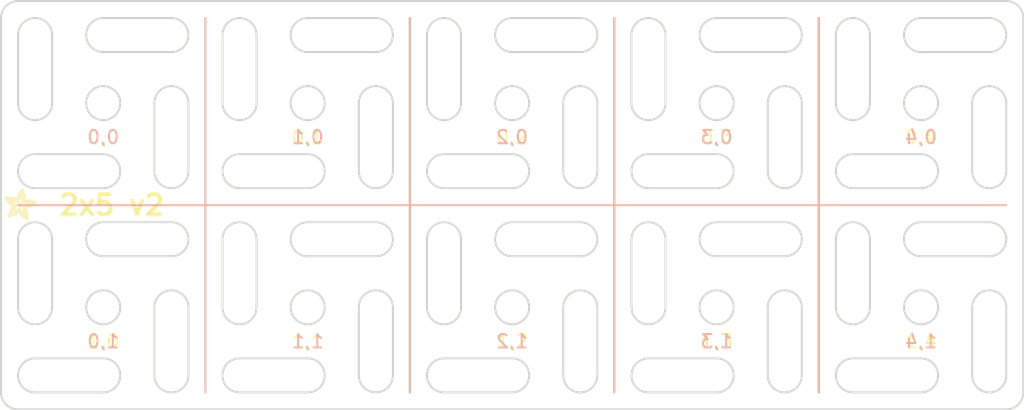
<source format=kicad_pcb>
(kicad_pcb (version 20221018) (generator pcbnew)
  (layers (0 "F.Cu" signal) (31 "B.Cu" signal) (34 "B.Paste" user) (35 "F.Paste" user) (36 "B.SilkS" user "B.Silkscreen") (37 "F.SilkS" user "F.Silkscreen") (38 "B.Mask" user) (39 "F.Mask" user) (44 "Edge.Cuts" user))
  (net 0 "")
  (footprint "ADAFRUIT_2.5MM" (layer "F.Cu") (at 25.654 41.783)
    (fp_text reference "U$4" hide)
    (fp_text value "" hide)
  )
  (gr_line (start 86.36 26.67) (end 86.36 54.609999) (stroke (width 0.15)) (layer "F.Cu"))
  (gr_line (start 71.119999 26.67) (end 71.119999 54.609999) (stroke (width 0.15)) (layer "F.Cu"))
  (gr_line (start 40.64 26.67) (end 40.64 54.609999) (stroke (width 0.15)) (layer "F.Cu"))
  (gr_line (start 55.88 26.67) (end 55.88 54.609999) (stroke (width 0.15)) (layer "F.Cu"))
  (gr_line (start 55.88 26.67) (end 55.88 54.609999) (stroke (width 0.15)) (layer "B.Cu"))
  (gr_line (start 71.119999 26.67) (end 71.119999 54.609999) (stroke (width 0.15)) (layer "B.Cu"))
  (gr_line (start 86.36 26.67) (end 86.36 54.609999) (stroke (width 0.15)) (layer "B.Cu"))
  (gr_line (start 40.64 26.67) (end 40.64 54.609999) (stroke (width 0.15)) (layer "B.Cu"))
  (gr_line (start 40.64 26.67) (end 40.64 54.609999) (stroke (width 0.15)) (layer "B.SilkS"))
  (gr_line (start 26.67 40.64) (end 100.33 40.64) (stroke (width 0.15)) (layer "B.SilkS"))
  (gr_line (start 55.88 26.67) (end 55.88 54.609999) (stroke (width 0.15)) (layer "B.SilkS"))
  (gr_line (start 86.36 26.67) (end 86.36 54.609999) (stroke (width 0.15)) (layer "B.SilkS"))
  (gr_line (start 71.119999 26.67) (end 71.119999 54.609999) (stroke (width 0.15)) (layer "B.SilkS"))
  (gr_line (start 55.88 26.67) (end 55.88 54.609999) (stroke (width 0.15)) (layer "F.SilkS"))
  (gr_line (start 40.64 26.67) (end 40.64 54.609999) (stroke (width 0.15)) (layer "F.SilkS"))
  (gr_line (start 71.119999 26.67) (end 71.119999 54.609999) (stroke (width 0.15)) (layer "F.SilkS"))
  (gr_line (start 39.37 40.64) (end 100.33 40.64) (stroke (width 0.15)) (layer "F.SilkS"))
  (gr_line (start 86.36 26.67) (end 86.36 54.609999) (stroke (width 0.15)) (layer "F.SilkS"))
  (gr_arc (start 53.34 26.67) (mid 54.61 27.94) (end 53.34 29.21) (stroke (width 0.15)) (layer "Edge.Cuts"))
  (gr_arc (start 44.45 48.26) (mid 43.18 49.53) (end 41.91 48.26) (stroke (width 0.15)) (layer "Edge.Cuts"))
  (gr_arc (start 78.74 46.989999) (mid 78.74 49.530001) (end 78.74 46.989999) (stroke (width 0.15)) (layer "Edge.Cuts"))
  (gr_line (start 72.39 43.18) (end 72.39 48.26) (stroke (width 0.15)) (layer "Edge.Cuts"))
  (gr_line (start 100.33 48.26) (end 100.33 53.34) (stroke (width 0.15)) (layer "Edge.Cuts"))
  (gr_arc (start 41.91 43.18) (mid 43.18 41.91) (end 44.45 43.18) (stroke (width 0.15)) (layer "Edge.Cuts"))
  (gr_line (start 39.37 48.26) (end 39.37 53.34) (stroke (width 0.15)) (layer "Edge.Cuts"))
  (gr_line (start 43.18 39.37) (end 48.26 39.37) (stroke (width 0.15)) (layer "Edge.Cuts"))
  (gr_arc (start 72.39 43.18) (mid 73.66 41.91) (end 74.93 43.18) (stroke (width 0.15)) (layer "Edge.Cuts"))
  (gr_line (start 27.94 52.07) (end 33.02 52.07) (stroke (width 0.15)) (layer "Edge.Cuts"))
  (gr_line (start 26.67 43.18) (end 26.67 48.26) (stroke (width 0.15)) (layer "Edge.Cuts"))
  (gr_arc (start 78.74 44.45) (mid 77.47 43.18) (end 78.74 41.91) (stroke (width 0.15)) (layer "Edge.Cuts"))
  (gr_line (start 58.42 52.07) (end 63.5 52.07) (stroke (width 0.15)) (layer "Edge.Cuts"))
  (gr_arc (start 39.37 38.1) (mid 38.1 39.37) (end 36.83 38.1) (stroke (width 0.15)) (layer "Edge.Cuts"))
  (gr_arc (start 85.089999 53.34) (mid 83.82 54.609999) (end 82.550001 53.34) (stroke (width 0.15)) (layer "Edge.Cuts"))
  (gr_arc (start 97.79 48.26) (mid 99.06 46.99) (end 100.33 48.26) (stroke (width 0.15)) (layer "Edge.Cuts"))
  (gr_line (start 93.98 29.21) (end 99.06 29.21) (stroke (width 0.15)) (layer "Edge.Cuts"))
  (gr_arc (start 99.06 41.91) (mid 100.33 43.18) (end 99.06 44.45) (stroke (width 0.15)) (layer "Edge.Cuts"))
  (gr_line (start 43.18 54.61) (end 48.26 54.61) (stroke (width 0.15)) (layer "Edge.Cuts"))
  (gr_arc (start 97.79 33.02) (mid 99.06 31.75) (end 100.33 33.02) (stroke (width 0.15)) (layer "Edge.Cuts"))
  (gr_arc (start 36.83 48.26) (mid 38.1 46.99) (end 39.37 48.26) (stroke (width 0.15)) (layer "Edge.Cuts"))
  (gr_line (start 33.02 29.21) (end 38.1 29.21) (stroke (width 0.15)) (layer "Edge.Cuts"))
  (gr_arc (start 90.17 48.26) (mid 88.9 49.53) (end 87.63 48.26) (stroke (width 0.15)) (layer "Edge.Cuts"))
  (gr_line (start 52.07 33.02) (end 52.07 38.1) (stroke (width 0.15)) (layer "Edge.Cuts"))
  (gr_line (start 90.17 27.94) (end 90.17 33.02) (stroke (width 0.15)) (layer "Edge.Cuts"))
  (gr_arc (start 82.55 48.26) (mid 83.82 46.99) (end 85.09 48.26) (stroke (width 0.15)) (layer "Edge.Cuts"))
  (gr_arc (start 29.21 48.26) (mid 27.94 49.53) (end 26.67 48.26) (stroke (width 0.15)) (layer "Edge.Cuts"))
  (gr_arc (start 43.18 54.61) (mid 41.91 53.34) (end 43.18 52.07) (stroke (width 0.15)) (layer "Edge.Cuts"))
  (gr_arc (start 27.94 39.37) (mid 26.67 38.1) (end 27.94 36.83) (stroke (width 0.15)) (layer "Edge.Cuts"))
  (gr_arc (start 93.98 29.21) (mid 92.71 27.94) (end 93.98 26.67) (stroke (width 0.15)) (layer "Edge.Cuts"))
  (gr_arc (start 58.42 39.37) (mid 57.15 38.1) (end 58.42 36.83) (stroke (width 0.15)) (layer "Edge.Cuts"))
  (gr_arc (start 88.9 54.61) (mid 87.63 53.34) (end 88.9 52.07) (stroke (width 0.15)) (layer "Edge.Cuts"))
  (gr_arc (start 59.69 33.02) (mid 58.42 34.29) (end 57.15 33.02) (stroke (width 0.15)) (layer "Edge.Cuts"))
  (gr_arc (start 73.66 39.37) (mid 72.39 38.1) (end 73.66 36.83) (stroke (width 0.15)) (layer "Edge.Cuts"))
  (gr_line (start 27.94 54.61) (end 33.02 54.61) (stroke (width 0.15)) (layer "Edge.Cuts"))
  (gr_arc (start 54.61 38.1) (mid 53.34 39.37) (end 52.07 38.1) (stroke (width 0.15)) (layer "Edge.Cuts"))
  (gr_line (start 59.69 43.18) (end 59.69 48.26) (stroke (width 0.15)) (layer "Edge.Cuts"))
  (gr_line (start 26.67 27.94) (end 26.67 33.02) (stroke (width 0.15)) (layer "Edge.Cuts"))
  (gr_arc (start 48.26 52.07) (mid 49.53 53.34) (end 48.26 54.61) (stroke (width 0.15)) (layer "Edge.Cuts"))
  (gr_line (start 85.09 33.02) (end 85.09 38.1) (stroke (width 0.15)) (layer "Edge.Cuts"))
  (gr_line (start 26.67 25.4) (end 100.33 25.4) (stroke (width 0.15)) (layer "Edge.Cuts"))
  (gr_arc (start 33.02 46.989999) (mid 33.02 49.530001) (end 33.02 46.989999) (stroke (width 0.15)) (layer "Edge.Cuts"))
  (gr_line (start 73.66 39.37) (end 78.74 39.37) (stroke (width 0.15)) (layer "Edge.Cuts"))
  (gr_line (start 59.69 27.94) (end 59.69 33.02) (stroke (width 0.15)) (layer "Edge.Cuts"))
  (gr_line (start 36.83 48.26) (end 36.83 53.34) (stroke (width 0.15)) (layer "Edge.Cuts"))
  (gr_line (start 29.21 27.94) (end 29.21 33.02) (stroke (width 0.15)) (layer "Edge.Cuts"))
  (gr_arc (start 69.85 38.1) (mid 68.58 39.37) (end 67.31 38.1) (stroke (width 0.15)) (layer "Edge.Cuts"))
  (gr_arc (start 43.18 39.37) (mid 41.91 38.1) (end 43.18 36.83) (stroke (width 0.15)) (layer "Edge.Cuts"))
  (gr_arc (start 58.42 54.61) (mid 57.15 53.34) (end 58.42 52.07) (stroke (width 0.15)) (layer "Edge.Cuts"))
  (gr_line (start 27.94 36.83) (end 33.02 36.83) (stroke (width 0.15)) (layer "Edge.Cuts"))
  (gr_line (start 41.91 27.94) (end 41.91 33.02) (stroke (width 0.15)) (layer "Edge.Cuts"))
  (gr_arc (start 52.07 48.26) (mid 53.34 46.99) (end 54.61 48.26) (stroke (width 0.15)) (layer "Edge.Cuts"))
  (gr_arc (start 72.39 27.94) (mid 73.66 26.67) (end 74.93 27.94) (stroke (width 0.15)) (layer "Edge.Cuts"))
  (gr_arc (start 33.02 52.07) (mid 34.29 53.34) (end 33.02 54.61) (stroke (width 0.15)) (layer "Edge.Cuts"))
  (gr_arc (start 48.26 31.75) (mid 48.26 34.29) (end 48.26 31.75) (stroke (width 0.15)) (layer "Edge.Cuts"))
  (gr_arc (start 100.33 25.4) (mid 101.228026 25.771974) (end 101.6 26.67) (stroke (width 0.15)) (layer "Edge.Cuts"))
  (gr_line (start 57.15 27.94) (end 57.15 33.02) (stroke (width 0.15)) (layer "Edge.Cuts"))
  (gr_arc (start 99.06 26.67) (mid 100.33 27.94) (end 99.06 29.21) (stroke (width 0.15)) (layer "Edge.Cuts"))
  (gr_line (start 78.74 44.45) (end 83.82 44.45) (stroke (width 0.15)) (layer "Edge.Cuts"))
  (gr_line (start 88.9 54.61) (end 93.98 54.61) (stroke (width 0.15)) (layer "Edge.Cuts"))
  (gr_arc (start 63.5 44.45) (mid 62.23 43.18) (end 63.5 41.91) (stroke (width 0.15)) (layer "Edge.Cuts"))
  (gr_line (start 87.63 43.18) (end 87.63 48.26) (stroke (width 0.15)) (layer "Edge.Cuts"))
  (gr_line (start 97.79 48.26) (end 97.79 53.34) (stroke (width 0.15)) (layer "Edge.Cuts"))
  (gr_arc (start 63.5 31.75) (mid 63.5 34.29) (end 63.5 31.75) (stroke (width 0.15)) (layer "Edge.Cuts"))
  (gr_arc (start 52.07 33.02) (mid 53.34 31.75) (end 54.61 33.02) (stroke (width 0.15)) (layer "Edge.Cuts"))
  (gr_line (start 93.98 44.45) (end 99.06 44.45) (stroke (width 0.15)) (layer "Edge.Cuts"))
  (gr_arc (start 87.63 43.18) (mid 88.9 41.91) (end 90.17 43.18) (stroke (width 0.15)) (layer "Edge.Cuts"))
  (gr_line (start 85.09 48.26) (end 85.09 53.34) (stroke (width 0.15)) (layer "Edge.Cuts"))
  (gr_line (start 69.85 33.02) (end 69.85 38.1) (stroke (width 0.15)) (layer "Edge.Cuts"))
  (gr_arc (start 74.93 48.26) (mid 73.66 49.53) (end 72.39 48.26) (stroke (width 0.15)) (layer "Edge.Cuts"))
  (gr_line (start 93.98 41.91) (end 99.06 41.91) (stroke (width 0.15)) (layer "Edge.Cuts"))
  (gr_line (start 93.98 26.67) (end 99.06 26.67) (stroke (width 0.15)) (layer "Edge.Cuts"))
  (gr_line (start 82.55 48.26) (end 82.55 53.34) (stroke (width 0.15)) (layer "Edge.Cuts"))
  (gr_arc (start 67.31 48.26) (mid 68.58 46.99) (end 69.85 48.26) (stroke (width 0.15)) (layer "Edge.Cuts"))
  (gr_line (start 58.42 39.37) (end 63.5 39.37) (stroke (width 0.15)) (layer "Edge.Cuts"))
  (gr_arc (start 57.15 27.94) (mid 58.42 26.67) (end 59.69 27.94) (stroke (width 0.15)) (layer "Edge.Cuts"))
  (gr_arc (start 93.98 36.83) (mid 95.25 38.1) (end 93.98 39.37) (stroke (width 0.15)) (layer "Edge.Cuts"))
  (gr_line (start 43.18 36.83) (end 48.26 36.83) (stroke (width 0.15)) (layer "Edge.Cuts"))
  (gr_arc (start 93.98 46.989999) (mid 93.98 49.530001) (end 93.98 46.989999) (stroke (width 0.15)) (layer "Edge.Cuts"))
  (gr_arc (start 100.33 53.34) (mid 99.06 54.61) (end 97.79 53.34) (stroke (width 0.15)) (layer "Edge.Cuts"))
  (gr_line (start 63.5 26.67) (end 68.58 26.67) (stroke (width 0.15)) (layer "Edge.Cuts"))
  (gr_line (start 43.18 52.07) (end 48.26 52.07) (stroke (width 0.15)) (layer "Edge.Cuts"))
  (gr_arc (start 78.74 52.07) (mid 80.01 53.34) (end 78.74 54.61) (stroke (width 0.15)) (layer "Edge.Cuts"))
  (gr_line (start 90.17 43.18) (end 90.17 48.26) (stroke (width 0.15)) (layer "Edge.Cuts"))
  (gr_arc (start 85.089999 38.1) (mid 83.82 39.369999) (end 82.550001 38.1) (stroke (width 0.15)) (layer "Edge.Cuts"))
  (gr_arc (start 73.66 54.61) (mid 72.39 53.34) (end 73.66 52.07) (stroke (width 0.15)) (layer "Edge.Cuts"))
  (gr_line (start 25.4 26.67) (end 25.4 54.609999) (stroke (width 0.15)) (layer "Edge.Cuts"))
  (gr_arc (start 26.67 27.94) (mid 27.94 26.67) (end 29.21 27.94) (stroke (width 0.15)) (layer "Edge.Cuts"))
  (gr_arc (start 39.37 53.34) (mid 38.1 54.61) (end 36.83 53.34) (stroke (width 0.15)) (layer "Edge.Cuts"))
  (gr_arc (start 44.45 33.02) (mid 43.18 34.29) (end 41.91 33.02) (stroke (width 0.15)) (layer "Edge.Cuts"))
  (gr_arc (start 68.58 41.91) (mid 69.85 43.18) (end 68.58 44.45) (stroke (width 0.15)) (layer "Edge.Cuts"))
  (gr_arc (start 26.67 55.879999) (mid 25.771974 55.508025) (end 25.4 54.609999) (stroke (width 0.15)) (layer "Edge.Cuts"))
  (gr_line (start 74.93 27.94) (end 74.93 33.02) (stroke (width 0.15)) (layer "Edge.Cuts"))
  (gr_line (start 41.91 43.18) (end 41.91 48.26) (stroke (width 0.15)) (layer "Edge.Cuts"))
  (gr_line (start 54.61 48.26) (end 54.61 53.34) (stroke (width 0.15)) (layer "Edge.Cuts"))
  (gr_line (start 48.26 26.67) (end 53.34 26.67) (stroke (width 0.15)) (layer "Edge.Cuts"))
  (gr_arc (start 63.5 29.21) (mid 62.23 27.94) (end 63.5 26.67) (stroke (width 0.15)) (layer "Edge.Cuts"))
  (gr_arc (start 78.74 36.83) (mid 80.01 38.1) (end 78.74 39.37) (stroke (width 0.15)) (layer "Edge.Cuts"))
  (gr_line (start 67.31 33.02) (end 67.31 38.1) (stroke (width 0.15)) (layer "Edge.Cuts"))
  (gr_arc (start 93.98 52.07) (mid 95.25 53.34) (end 93.98 54.61) (stroke (width 0.15)) (layer "Edge.Cuts"))
  (gr_arc (start 83.82 26.67) (mid 85.09 27.94) (end 83.82 29.21) (stroke (width 0.15)) (layer "Edge.Cuts"))
  (gr_arc (start 83.82 41.91) (mid 85.09 43.18) (end 83.82 44.45) (stroke (width 0.15)) (layer "Edge.Cuts"))
  (gr_line (start 97.79 33.02) (end 97.79 38.1) (stroke (width 0.15)) (layer "Edge.Cuts"))
  (gr_line (start 82.55 33.02) (end 82.55 38.1) (stroke (width 0.15)) (layer "Edge.Cuts"))
  (gr_line (start 88.9 52.07) (end 93.98 52.07) (stroke (width 0.15)) (layer "Edge.Cuts"))
  (gr_arc (start 78.74 31.75) (mid 78.74 34.29) (end 78.74 31.75) (stroke (width 0.15)) (layer "Edge.Cuts"))
  (gr_line (start 73.66 54.61) (end 78.74 54.61) (stroke (width 0.15)) (layer "Edge.Cuts"))
  (gr_arc (start 54.61 53.34) (mid 53.34 54.61) (end 52.07 53.34) (stroke (width 0.15)) (layer "Edge.Cuts"))
  (gr_line (start 78.74 29.21) (end 83.82 29.21) (stroke (width 0.15)) (layer "Edge.Cuts"))
  (gr_line (start 63.5 41.91) (end 68.58 41.91) (stroke (width 0.15)) (layer "Edge.Cuts"))
  (gr_line (start 52.07 48.26) (end 52.07 53.34) (stroke (width 0.15)) (layer "Edge.Cuts"))
  (gr_line (start 73.66 36.83) (end 78.74 36.83) (stroke (width 0.15)) (layer "Edge.Cuts"))
  (gr_arc (start 93.98 44.45) (mid 92.71 43.18) (end 93.98 41.91) (stroke (width 0.15)) (layer "Edge.Cuts"))
  (gr_arc (start 53.34 41.91) (mid 54.61 43.18) (end 53.34 44.45) (stroke (width 0.15)) (layer "Edge.Cuts"))
  (gr_line (start 57.15 43.18) (end 57.15 48.26) (stroke (width 0.15)) (layer "Edge.Cuts"))
  (gr_line (start 48.26 44.45) (end 53.34 44.45) (stroke (width 0.15)) (layer "Edge.Cuts"))
  (gr_line (start 29.21 43.18) (end 29.21 48.26) (stroke (width 0.15)) (layer "Edge.Cuts"))
  (gr_line (start 58.42 36.83) (end 63.5 36.83) (stroke (width 0.15)) (layer "Edge.Cuts"))
  (gr_arc (start 38.1 41.91) (mid 39.37 43.18) (end 38.1 44.45) (stroke (width 0.15)) (layer "Edge.Cuts"))
  (gr_line (start 100.33 33.02) (end 100.33 38.1) (stroke (width 0.15)) (layer "Edge.Cuts"))
  (gr_line (start 26.67 55.88) (end 100.33 55.88) (stroke (width 0.15)) (layer "Edge.Cuts"))
  (gr_line (start 78.74 41.91) (end 83.82 41.91) (stroke (width 0.15)) (layer "Edge.Cuts"))
  (gr_line (start 44.45 27.94) (end 44.45 33.02) (stroke (width 0.15)) (layer "Edge.Cuts"))
  (gr_arc (start 63.5 52.07) (mid 64.77 53.34) (end 63.5 54.61) (stroke (width 0.15)) (layer "Edge.Cuts"))
  (gr_arc (start 100.33 38.1) (mid 99.06 39.37) (end 97.79 38.1) (stroke (width 0.15)) (layer "Edge.Cuts"))
  (gr_arc (start 59.69 48.26) (mid 58.42 49.53) (end 57.15 48.26) (stroke (width 0.15)) (layer "Edge.Cuts"))
  (gr_arc (start 48.26 36.83) (mid 49.53 38.1) (end 48.26 39.37) (stroke (width 0.15)) (layer "Edge.Cuts"))
  (gr_arc (start 29.21 33.02) (mid 27.94 34.29) (end 26.67 33.02) (stroke (width 0.15)) (layer "Edge.Cuts"))
  (gr_line (start 33.02 44.45) (end 38.1 44.45) (stroke (width 0.15)) (layer "Edge.Cuts"))
  (gr_line (start 33.02 26.67) (end 38.1 26.67) (stroke (width 0.15)) (layer "Edge.Cuts"))
  (gr_line (start 87.63 27.94) (end 87.63 33.02) (stroke (width 0.15)) (layer "Edge.Cuts"))
  (gr_arc (start 93.98 31.75) (mid 93.98 34.29) (end 93.98 31.75) (stroke (width 0.15)) (layer "Edge.Cuts"))
  (gr_line (start 67.31 48.26) (end 67.31 53.34) (stroke (width 0.15)) (layer "Edge.Cuts"))
  (gr_arc (start 82.55 33.02) (mid 83.82 31.75) (end 85.09 33.02) (stroke (width 0.15)) (layer "Edge.Cuts"))
  (gr_line (start 78.74 26.67) (end 83.82 26.67) (stroke (width 0.15)) (layer "Edge.Cuts"))
  (gr_line (start 33.02 41.91) (end 38.1 41.91) (stroke (width 0.15)) (layer "Edge.Cuts"))
  (gr_line (start 63.5 44.45) (end 68.58 44.45) (stroke (width 0.15)) (layer "Edge.Cuts"))
  (gr_arc (start 88.9 39.37) (mid 87.63 38.1) (end 88.9 36.83) (stroke (width 0.15)) (layer "Edge.Cuts"))
  (gr_arc (start 38.1 26.67) (mid 39.37 27.94) (end 38.1 29.21) (stroke (width 0.15)) (layer "Edge.Cuts"))
  (gr_line (start 27.94 39.37) (end 33.02 39.37) (stroke (width 0.15)) (layer "Edge.Cuts"))
  (gr_line (start 39.37 33.02) (end 39.37 38.1) (stroke (width 0.15)) (layer "Edge.Cuts"))
  (gr_line (start 58.42 54.61) (end 63.5 54.61) (stroke (width 0.15)) (layer "Edge.Cuts"))
  (gr_line (start 72.39 27.94) (end 72.39 33.02) (stroke (width 0.15)) (layer "Edge.Cuts"))
  (gr_arc (start 101.6 54.609999) (mid 101.228026 55.508025) (end 100.33 55.879999) (stroke (width 0.15)) (layer "Edge.Cuts"))
  (gr_line (start 36.83 33.02) (end 36.83 38.1) (stroke (width 0.15)) (layer "Edge.Cuts"))
  (gr_arc (start 74.93 33.02) (mid 73.66 34.29) (end 72.39 33.02) (stroke (width 0.15)) (layer "Edge.Cuts"))
  (gr_arc (start 25.4 26.67) (mid 25.771974 25.771974) (end 26.67 25.4) (stroke (width 0.15)) (layer "Edge.Cuts"))
  (gr_arc (start 33.02 36.83) (mid 34.29 38.1) (end 33.02 39.37) (stroke (width 0.15)) (layer "Edge.Cuts"))
  (gr_arc (start 48.26 44.45) (mid 46.99 43.18) (end 48.26 41.91) (stroke (width 0.15)) (layer "Edge.Cuts"))
  (gr_line (start 69.85 48.26) (end 69.85 53.34) (stroke (width 0.15)) (layer "Edge.Cuts"))
  (gr_arc (start 69.85 53.34) (mid 68.58 54.61) (end 67.31 53.34) (stroke (width 0.15)) (layer "Edge.Cuts"))
  (gr_line (start 88.9 36.83) (end 93.98 36.83) (stroke (width 0.15)) (layer "Edge.Cuts"))
  (gr_arc (start 26.67 43.18) (mid 27.94 41.91) (end 29.21 43.18) (stroke (width 0.15)) (layer "Edge.Cuts"))
  (gr_arc (start 33.02 44.45) (mid 31.75 43.18) (end 33.02 41.91) (stroke (width 0.15)) (layer "Edge.Cuts"))
  (gr_line (start 48.26 41.91) (end 53.34 41.91) (stroke (width 0.15)) (layer "Edge.Cuts"))
  (gr_arc (start 48.26 46.989999) (mid 48.26 49.530001) (end 48.26 46.989999) (stroke (width 0.15)) (layer "Edge.Cuts"))
  (gr_arc (start 63.5 36.83) (mid 64.77 38.1) (end 63.5 39.37) (stroke (width 0.15)) (layer "Edge.Cuts"))
  (gr_arc (start 27.94 54.61) (mid 26.67 53.34) (end 27.94 52.07) (stroke (width 0.15)) (layer "Edge.Cuts"))
  (gr_line (start 73.66 52.07) (end 78.74 52.07) (stroke (width 0.15)) (layer "Edge.Cuts"))
  (gr_line (start 88.9 39.37) (end 93.98 39.37) (stroke (width 0.15)) (layer "Edge.Cuts"))
  (gr_arc (start 41.91 27.94) (mid 43.18 26.67) (end 44.45 27.94) (stroke (width 0.15)) (layer "Edge.Cuts"))
  (gr_arc (start 78.74 29.21) (mid 77.47 27.94) (end 78.74 26.67) (stroke (width 0.15)) (layer "Edge.Cuts"))
  (gr_line (start 54.61 33.02) (end 54.61 38.1) (stroke (width 0.15)) (layer "Edge.Cuts"))
  (gr_arc (start 33.02 31.75) (mid 33.02 34.29) (end 33.02 31.75) (stroke (width 0.15)) (layer "Edge.Cuts"))
  (gr_line (start 48.26 29.21) (end 53.34 29.21) (stroke (width 0.15)) (layer "Edge.Cuts"))
  (gr_arc (start 67.31 33.02) (mid 68.58 31.75) (end 69.85 33.02) (stroke (width 0.15)) (layer "Edge.Cuts"))
  (gr_line (start 63.5 29.21) (end 68.58 29.21) (stroke (width 0.15)) (layer "Edge.Cuts"))
  (gr_line (start 44.45 43.18) (end 44.45 48.26) (stroke (width 0.15)) (layer "Edge.Cuts"))
  (gr_arc (start 57.15 43.18) (mid 58.42 41.91) (end 59.69 43.18) (stroke (width 0.15)) (layer "Edge.Cuts"))
  (gr_arc (start 48.26 29.21) (mid 46.99 27.94) (end 48.26 26.67) (stroke (width 0.15)) (layer "Edge.Cuts"))
  (gr_line (start 101.6 26.67) (end 101.6 54.609999) (stroke (width 0.15)) (layer "Edge.Cuts"))
  (gr_line (start 74.93 43.18) (end 74.93 48.26) (stroke (width 0.15)) (layer "Edge.Cuts"))
  (gr_arc (start 87.63 27.94) (mid 88.9 26.67) (end 90.17 27.94) (stroke (width 0.15)) (layer "Edge.Cuts"))
  (gr_arc (start 33.02 29.21) (mid 31.75 27.94) (end 33.02 26.67) (stroke (width 0.15)) (layer "Edge.Cuts"))
  (gr_arc (start 63.5 46.989999) (mid 63.5 49.530001) (end 63.5 46.989999) (stroke (width 0.15)) (layer "Edge.Cuts"))
  (gr_arc (start 36.83 33.02) (mid 38.1 31.75) (end 39.37 33.02) (stroke (width 0.15)) (layer "Edge.Cuts"))
  (gr_arc (start 90.17 33.02) (mid 88.9 34.29) (end 87.63 33.02) (stroke (width 0.15)) (layer "Edge.Cuts"))
  (gr_arc (start 68.58 26.67) (mid 69.85 27.94) (end 68.58 29.21) (stroke (width 0.15)) (layer "Edge.Cuts"))
  (gr_text "1,1" (at 48.26 50.8) (layer "B.SilkS") (effects (font (size 1 1)) (justify mirror)))
  (gr_text "0,2" (at 63.5 35.56) (layer "B.SilkS") (effects (font (size 1 1)) (justify mirror)))
  (gr_text "0,1" (at 48.26 35.56) (layer "B.SilkS") (effects (font (size 1 1)) (justify mirror)))
  (gr_text "0,0" (at 33.02 35.56) (layer "B.SilkS") (effects (font (size 1 1)) (justify mirror)))
  (gr_text "1,3" (at 78.74 50.8) (layer "B.SilkS") (effects (font (size 1 1)) (justify mirror)))
  (gr_text "0,3" (at 78.74 35.56) (layer "B.SilkS") (effects (font (size 1 1)) (justify mirror)))
  (gr_text "1,0" (at 33.02 50.8) (layer "B.SilkS") (effects (font (size 1 1)) (justify mirror)))
  (gr_text "1,2" (at 63.5 50.8) (layer "B.SilkS") (effects (font (size 1 1)) (justify mirror)))
  (gr_text "0,4" (at 93.98 35.56) (layer "B.SilkS") (effects (font (size 1 1)) (justify mirror)))
  (gr_text "1,4" (at 93.98 50.8) (layer "B.SilkS") (effects (font (size 1 1)) (justify mirror)))
  (gr_text "1,3" (at 78.74 50.8) (layer "F.SilkS") (effects (font (size 1 1))))
  (gr_text "0,2" (at 63.5 35.56) (layer "F.SilkS") (effects (font (size 1 1))))
  (gr_text "0,0" (at 33.02 35.56) (layer "F.SilkS") (effects (font (size 1 1))))
  (gr_text "1,4" (at 93.98 50.8) (layer "F.SilkS") (effects (font (size 1 1))))
  (gr_text "0,4" (at 93.98 35.56) (layer "F.SilkS") (effects (font (size 1 1))))
  (gr_text "0,1" (at 48.26 35.56) (layer "F.SilkS") (effects (font (size 1 1))))
  (gr_text "2x5 v2" (at 33.654999 40.64) (layer "F.SilkS") (effects (font (size 1.5 1.5) (thickness 0.3))))
  (gr_text "1,1" (at 48.26 50.8) (layer "F.SilkS") (effects (font (size 1 1))))
  (gr_text "0,3" (at 78.74 35.56) (layer "F.SilkS") (effects (font (size 1 1))))
  (gr_text "1,0" (at 33.02 50.8) (layer "F.SilkS") (effects (font (size 1 1))))
  (gr_text "1,2" (at 63.5 50.8) (layer "F.SilkS") (effects (font (size 1 1))))
)
</source>
